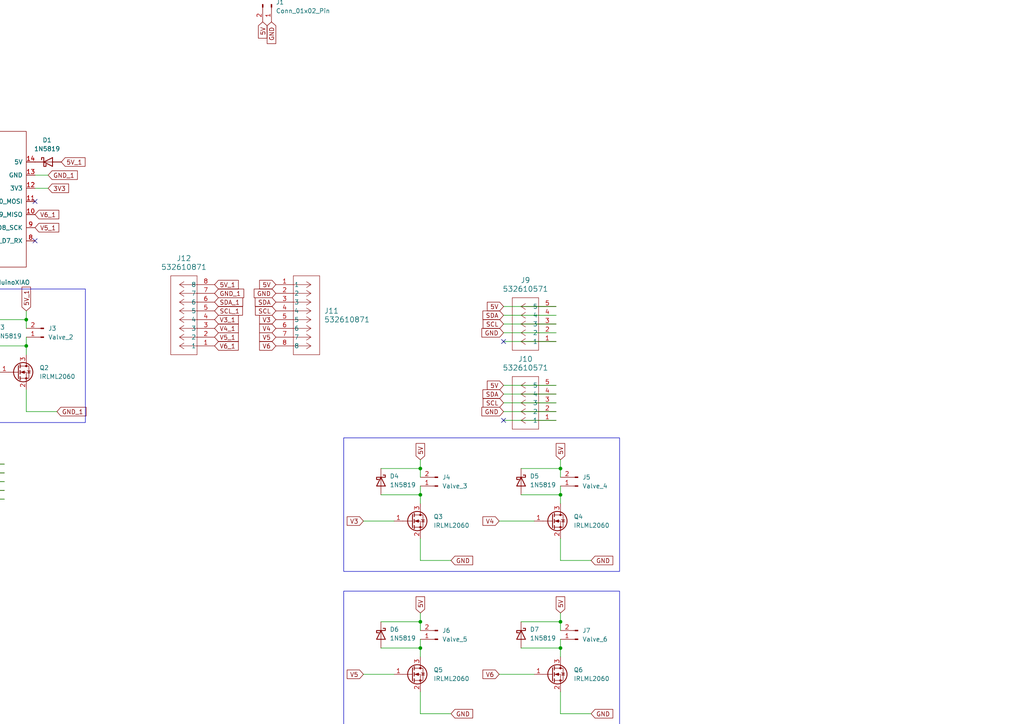
<source format=kicad_sch>
(kicad_sch (version 20250114) (generator "eeschema") (generator_version "9.0")
  (paper "A4")
  (lib_symbols
    (symbol "Connector:532610871" (pin_names (offset 0.254))
      (property "Reference" "J" (at 8.89 6.35 0))
      (property "Value" "532610871" (at 0 0 0))
      (symbol "532610871_1_1"
        (polyline (pts (xy 5.08 2.54) (xy 5.08 -20.32)) (stroke (width 0.127)))
        (polyline (pts (xy 5.08 -20.32) (xy 12.7 -20.32)) (stroke (width 0.127)))
        (polyline (pts (xy 10.16 0) (xy 5.08 0)) (stroke (width 0.127)))
        (polyline (pts (xy 10.16 0) (xy 8.89 0.8467)) (stroke (width 0.127)))
        (polyline (pts (xy 10.16 0) (xy 8.89 -0.8467)) (stroke (width 0.127)))
        (polyline (pts (xy 10.16 -2.54) (xy 5.08 -2.54)) (stroke (width 0.127)))
        (polyline (pts (xy 10.16 -2.54) (xy 8.89 -1.6933)) (stroke (width 0.127)))
        (polyline (pts (xy 10.16 -2.54) (xy 8.89 -3.3867)) (stroke (width 0.127)))
        (polyline (pts (xy 10.16 -5.08) (xy 5.08 -5.08)) (stroke (width 0.127)))
        (polyline (pts (xy 10.16 -5.08) (xy 8.89 -4.2333)) (stroke (width 0.127)))
        (polyline (pts (xy 10.16 -5.08) (xy 8.89 -5.9267)) (stroke (width 0.127)))
        (polyline (pts (xy 10.16 -7.62) (xy 5.08 -7.62)) (stroke (width 0.127)))
        (polyline (pts (xy 10.16 -7.62) (xy 8.89 -6.7733)) (stroke (width 0.127)))
        (polyline (pts (xy 10.16 -7.62) (xy 8.89 -8.4667)) (stroke (width 0.127)))
        (polyline (pts (xy 10.16 -10.16) (xy 5.08 -10.16)) (stroke (width 0.127)))
        (polyline (pts (xy 10.16 -10.16) (xy 8.89 -9.3133)) (stroke (width 0.127)))
        (polyline (pts (xy 10.16 -10.16) (xy 8.89 -11.0067)) (stroke (width 0.127)))
        (polyline (pts (xy 10.16 -12.7) (xy 5.08 -12.7)) (stroke (width 0.127)))
        (polyline (pts (xy 10.16 -12.7) (xy 8.89 -11.8533)) (stroke (width 0.127)))
        (polyline (pts (xy 10.16 -12.7) (xy 8.89 -13.5467)) (stroke (width 0.127)))
        (polyline (pts (xy 10.16 -15.24) (xy 5.08 -15.24)) (stroke (width 0.127)))
        (polyline (pts (xy 10.16 -15.24) (xy 8.89 -14.3933)) (stroke (width 0.127)))
        (polyline (pts (xy 10.16 -15.24) (xy 8.89 -16.0867)) (stroke (width 0.127)))
        (polyline (pts (xy 10.16 -17.78) (xy 5.08 -17.78)) (stroke (width 0.127)))
        (polyline (pts (xy 10.16 -17.78) (xy 8.89 -16.9333)) (stroke (width 0.127)))
        (polyline (pts (xy 10.16 -17.78) (xy 8.89 -18.6267)) (stroke (width 0.127)))
        (polyline (pts (xy 12.7 2.54) (xy 5.08 2.54)) (stroke (width 0.127)))
        (polyline (pts (xy 12.7 -20.32) (xy 12.7 2.54)) (stroke (width 0.127)))
        (pin unspecified line (at 0 0 0) (length 5.08) (name "1") (number "1"))
        (pin unspecified line (at 0 -2.54 0) (length 5.08) (name "2") (number "2"))
        (pin unspecified line (at 0 -5.08 0) (length 5.08) (name "3") (number "3"))
        (pin unspecified line (at 0 -7.62 0) (length 5.08) (name "4") (number "4"))
        (pin unspecified line (at 0 -10.16 0) (length 5.08) (name "5") (number "5"))
        (pin unspecified line (at 0 -12.7 0) (length 5.08) (name "6") (number "6"))
        (pin unspecified line (at 0 -15.24 0) (length 5.08) (name "7") (number "7"))
        (pin unspecified line (at 0 -17.78 0) (length 5.08) (name "8") (number "8"))
      )
      (symbol "532610871_1_2"
        (polyline (pts (xy 5.08 2.54) (xy 5.08 -20.32)) (stroke (width 0.127)))
        (polyline (pts (xy 5.08 -20.32) (xy 12.7 -20.32)) (stroke (width 0.127)))
        (polyline (pts (xy 7.62 0) (xy 5.08 0)) (stroke (width 0.127)))
        (polyline (pts (xy 7.62 0) (xy 8.89 0.8467)) (stroke (width 0.127)))
        (polyline (pts (xy 7.62 0) (xy 8.89 -0.8467)) (stroke (width 0.127)))
        (polyline (pts (xy 7.62 -2.54) (xy 5.08 -2.54)) (stroke (width 0.127)))
        (polyline (pts (xy 7.62 -2.54) (xy 8.89 -1.6933)) (stroke (width 0.127)))
        (polyline (pts (xy 7.62 -2.54) (xy 8.89 -3.3867)) (stroke (width 0.127)))
        (polyline (pts (xy 7.62 -5.08) (xy 5.08 -5.08)) (stroke (width 0.127)))
        (polyline (pts (xy 7.62 -5.08) (xy 8.89 -4.2333)) (stroke (width 0.127)))
        (polyline (pts (xy 7.62 -5.08) (xy 8.89 -5.9267)) (stroke (width 0.127)))
        (polyline (pts (xy 7.62 -7.62) (xy 5.08 -7.62)) (stroke (width 0.127)))
        (polyline (pts (xy 7.62 -7.62) (xy 8.89 -6.7733)) (stroke (width 0.127)))
        (polyline (pts (xy 7.62 -7.62) (xy 8.89 -8.4667)) (stroke (width 0.127)))
        (polyline (pts (xy 7.62 -10.16) (xy 5.08 -10.16)) (stroke (width 0.127)))
        (polyline (pts (xy 7.62 -10.16) (xy 8.89 -9.3133)) (stroke (width 0.127)))
        (polyline (pts (xy 7.62 -10.16) (xy 8.89 -11.0067)) (stroke (width 0.127)))
        (polyline (pts (xy 7.62 -12.7) (xy 5.08 -12.7)) (stroke (width 0.127)))
        (polyline (pts (xy 7.62 -12.7) (xy 8.89 -11.8533)) (stroke (width 0.127)))
        (polyline (pts (xy 7.62 -12.7) (xy 8.89 -13.5467)) (stroke (width 0.127)))
        (polyline (pts (xy 7.62 -15.24) (xy 5.08 -15.24)) (stroke (width 0.127)))
        (polyline (pts (xy 7.62 -15.24) (xy 8.89 -14.3933)) (stroke (width 0.127)))
        (polyline (pts (xy 7.62 -15.24) (xy 8.89 -16.0867)) (stroke (width 0.127)))
        (polyline (pts (xy 7.62 -17.78) (xy 5.08 -17.78)) (stroke (width 0.127)))
        (polyline (pts (xy 7.62 -17.78) (xy 8.89 -16.9333)) (stroke (width 0.127)))
        (polyline (pts (xy 7.62 -17.78) (xy 8.89 -18.6267)) (stroke (width 0.127)))
        (polyline (pts (xy 12.7 2.54) (xy 5.08 2.54)) (stroke (width 0.127)))
        (polyline (pts (xy 12.7 -20.32) (xy 12.7 2.54)) (stroke (width 0.127)))
        (pin unspecified line (at 0 0 0) (length 5.08) (name "1") (number "1"))
        (pin unspecified line (at 0 -2.54 0) (length 5.08) (name "2") (number "2"))
        (pin unspecified line (at 0 -5.08 0) (length 5.08) (name "3") (number "3"))
        (pin unspecified line (at 0 -7.62 0) (length 5.08) (name "4") (number "4"))
        (pin unspecified line (at 0 -10.16 0) (length 5.08) (name "5") (number "5"))
        (pin unspecified line (at 0 -12.7 0) (length 5.08) (name "6") (number "6"))
        (pin unspecified line (at 0 -15.24 0) (length 5.08) (name "7") (number "7"))
        (pin unspecified line (at 0 -17.78 0) (length 5.08) (name "8") (number "8"))
      )
    )
    (symbol "Connector:Conn_01x02_Pin" (pin_names (offset 1.016) (hide yes))
      (property "Reference" "J" (at 0 2.54 0))
      (property "Value" "Conn_01x02_Pin" (at 0 -5.08 0))
      (symbol "Conn_01x02_Pin_1_1"
        (rectangle (start 0.8636 0.127) (end 0 -0.127) (stroke (width 0.1524)) (fill (type outline)))
        (rectangle (start 0.8636 -2.413) (end 0 -2.667) (stroke (width 0.1524)) (fill (type outline)))
        (polyline (pts (xy 1.27 0) (xy 0.8636 0)) (stroke (width 0.1524)))
        (polyline (pts (xy 1.27 -2.54) (xy 0.8636 -2.54)) (stroke (width 0.1524)))
        (pin passive line (at 5.08 0 180) (length 3.81) (name "Pin_1") (number "1"))
        (pin passive line (at 5.08 -2.54 180) (length 3.81) (name "Pin_2") (number "2"))
      )
    )
    (symbol "Device:R" (pin_numbers (hide yes)) (pin_names (offset 0))
      (property "Reference" "R" (at 2.032 0 90))
      (property "Value" "R" (at 0 0 90))
      (symbol "R_0_1"
        (rectangle (start -1.016 -2.54) (end 1.016 2.54) (stroke (width 0.254)))
      )
      (symbol "R_1_1"
        (pin passive line (at 0 3.81 270) (length 1.27) (name "~") (number "1"))
        (pin passive line (at 0 -3.81 90) (length 1.27) (name "~") (number "2"))
      )
    )
    (symbol "Diode:1N5819" (pin_numbers (hide yes)) (pin_names (offset 1.016) (hide yes))
      (property "Reference" "D" (at 0 2.54 0))
      (property "Value" "1N5819" (at 0 -2.54 0))
      (symbol "1N5819_0_1"
        (polyline (pts (xy -1.905 0.635) (xy -1.905 1.27) (xy -1.27 1.27) (xy -1.27 -1.27) (xy -0.635 -1.27) (xy -0.635 -0.635)) (stroke (width 0.254)))
        (polyline (pts (xy 1.27 1.27) (xy 1.27 -1.27) (xy -1.27 0) (xy 1.27 1.27)) (stroke (width 0.254)))
        (polyline (pts (xy 1.27 0) (xy -1.27 0)))
      )
      (symbol "1N5819_1_1"
        (pin passive line (at -3.81 0 0) (length 2.54) (name "K") (number "1"))
        (pin passive line (at 3.81 0 180) (length 2.54) (name "A") (number "2"))
      )
    )
    (symbol "Driver_Haptic:532610571" (pin_names (offset 0.254))
      (property "Reference" "J" (at 8.89 6.35 0))
      (property "Value" "532610571" (at 0 0 0))
      (symbol "532610571_1_1"
        (polyline (pts (xy 5.08 2.54) (xy 5.08 -12.7)) (stroke (width 0.127)))
        (polyline (pts (xy 5.08 -12.7) (xy 12.7 -12.7)) (stroke (width 0.127)))
        (polyline (pts (xy 10.16 0) (xy 5.08 0)) (stroke (width 0.127)))
        (polyline (pts (xy 10.16 0) (xy 8.89 0.8467)) (stroke (width 0.127)))
        (polyline (pts (xy 10.16 0) (xy 8.89 -0.8467)) (stroke (width 0.127)))
        (polyline (pts (xy 10.16 -2.54) (xy 5.08 -2.54)) (stroke (width 0.127)))
        (polyline (pts (xy 10.16 -2.54) (xy 8.89 -1.6933)) (stroke (width 0.127)))
        (polyline (pts (xy 10.16 -2.54) (xy 8.89 -3.3867)) (stroke (width 0.127)))
        (polyline (pts (xy 10.16 -5.08) (xy 5.08 -5.08)) (stroke (width 0.127)))
        (polyline (pts (xy 10.16 -5.08) (xy 8.89 -4.2333)) (stroke (width 0.127)))
        (polyline (pts (xy 10.16 -5.08) (xy 8.89 -5.9267)) (stroke (width 0.127)))
        (polyline (pts (xy 10.16 -7.62) (xy 5.08 -7.62)) (stroke (width 0.127)))
        (polyline (pts (xy 10.16 -7.62) (xy 8.89 -6.7733)) (stroke (width 0.127)))
        (polyline (pts (xy 10.16 -7.62) (xy 8.89 -8.4667)) (stroke (width 0.127)))
        (polyline (pts (xy 10.16 -10.16) (xy 5.08 -10.16)) (stroke (width 0.127)))
        (polyline (pts (xy 10.16 -10.16) (xy 8.89 -9.3133)) (stroke (width 0.127)))
        (polyline (pts (xy 10.16 -10.16) (xy 8.89 -11.0067)) (stroke (width 0.127)))
        (polyline (pts (xy 12.7 2.54) (xy 5.08 2.54)) (stroke (width 0.127)))
        (polyline (pts (xy 12.7 -12.7) (xy 12.7 2.54)) (stroke (width 0.127)))
        (pin unspecified line (at 0 0 0) (length 5.08) (name "1") (number "1"))
        (pin unspecified line (at 0 -2.54 0) (length 5.08) (name "2") (number "2"))
        (pin unspecified line (at 0 -5.08 0) (length 5.08) (name "3") (number "3"))
        (pin unspecified line (at 0 -7.62 0) (length 5.08) (name "4") (number "4"))
        (pin unspecified line (at 0 -10.16 0) (length 5.08) (name "5") (number "5"))
      )
      (symbol "532610571_1_2"
        (polyline (pts (xy 5.08 2.54) (xy 5.08 -12.7)) (stroke (width 0.127)))
        (polyline (pts (xy 5.08 -12.7) (xy 12.7 -12.7)) (stroke (width 0.127)))
        (polyline (pts (xy 7.62 0) (xy 5.08 0)) (stroke (width 0.127)))
        (polyline (pts (xy 7.62 0) (xy 8.89 0.8467)) (stroke (width 0.127)))
        (polyline (pts (xy 7.62 0) (xy 8.89 -0.8467)) (stroke (width 0.127)))
        (polyline (pts (xy 7.62 -2.54) (xy 5.08 -2.54)) (stroke (width 0.127)))
        (polyline (pts (xy 7.62 -2.54) (xy 8.89 -1.6933)) (stroke (width 0.127)))
        (polyline (pts (xy 7.62 -2.54) (xy 8.89 -3.3867)) (stroke (width 0.127)))
        (polyline (pts (xy 7.62 -5.08) (xy 5.08 -5.08)) (stroke (width 0.127)))
        (polyline (pts (xy 7.62 -5.08) (xy 8.89 -4.2333)) (stroke (width 0.127)))
        (polyline (pts (xy 7.62 -5.08) (xy 8.89 -5.9267)) (stroke (width 0.127)))
        (polyline (pts (xy 7.62 -7.62) (xy 5.08 -7.62)) (stroke (width 0.127)))
        (polyline (pts (xy 7.62 -7.62) (xy 8.89 -6.7733)) (stroke (width 0.127)))
        (polyline (pts (xy 7.62 -7.62) (xy 8.89 -8.4667)) (stroke (width 0.127)))
        (polyline (pts (xy 7.62 -10.16) (xy 5.08 -10.16)) (stroke (width 0.127)))
        (polyline (pts (xy 7.62 -10.16) (xy 8.89 -9.3133)) (stroke (width 0.127)))
        (polyline (pts (xy 7.62 -10.16) (xy 8.89 -11.0067)) (stroke (width 0.127)))
        (polyline (pts (xy 12.7 2.54) (xy 5.08 2.54)) (stroke (width 0.127)))
        (polyline (pts (xy 12.7 -12.7) (xy 12.7 2.54)) (stroke (width 0.127)))
        (pin unspecified line (at 0 0 0) (length 5.08) (name "1") (number "1"))
        (pin unspecified line (at 0 -2.54 0) (length 5.08) (name "2") (number "2"))
        (pin unspecified line (at 0 -5.08 0) (length 5.08) (name "3") (number "3"))
        (pin unspecified line (at 0 -7.62 0) (length 5.08) (name "4") (number "4"))
        (pin unspecified line (at 0 -10.16 0) (length 5.08) (name "5") (number "5"))
      )
    )
    (symbol "Transistor_FET:IRLML2060" (pin_names (hide yes))
      (property "Reference" "Q" (at 5.08 1.905 0))
      (property "Value" "IRLML2060" (at 5.08 0 0))
      (symbol "IRLML2060_0_1"
        (polyline (pts (xy 0.254 1.905) (xy 0.254 -1.905)) (stroke (width 0.254)))
        (polyline (pts (xy 0.254 0) (xy -2.54 0)))
        (polyline (pts (xy 0.762 2.286) (xy 0.762 1.27)) (stroke (width 0.254)))
        (polyline (pts (xy 0.762 0.508) (xy 0.762 -0.508)) (stroke (width 0.254)))
        (polyline (pts (xy 0.762 -1.27) (xy 0.762 -2.286)) (stroke (width 0.254)))
        (polyline (pts (xy 0.762 -1.778) (xy 3.302 -1.778) (xy 3.302 1.778) (xy 0.762 1.778)))
        (polyline (pts (xy 1.016 0) (xy 2.032 0.381) (xy 2.032 -0.381) (xy 1.016 0)) (fill (type outline)))
        (circle (center 1.651 0) (radius 2.794) (stroke (width 0.254)))
        (polyline (pts (xy 2.54 2.54) (xy 2.54 1.778)))
        (circle (center 2.54 1.778) (radius 0.254) (fill (type outline)))
        (circle (center 2.54 -1.778) (radius 0.254) (fill (type outline)))
        (polyline (pts (xy 2.54 -2.54) (xy 2.54 0) (xy 0.762 0)))
        (polyline (pts (xy 2.794 0.508) (xy 2.921 0.381) (xy 3.683 0.381) (xy 3.81 0.254)))
        (polyline (pts (xy 3.302 0.381) (xy 2.921 -0.254) (xy 3.683 -0.254) (xy 3.302 0.381)))
      )
      (symbol "IRLML2060_1_1"
        (pin input line (at -5.08 0 0) (length 2.54) (name "G") (number "1"))
        (pin passive line (at 2.54 5.08 270) (length 2.54) (name "D") (number "3"))
        (pin passive line (at 2.54 -5.08 90) (length 2.54) (name "S") (number "2"))
      )
    )
    (symbol "Xiao:SeeeduinoXIAO" (pin_names (offset 1.016))
      (property "Reference" "U" (at -19.05 22.86 0))
      (property "Value" "SeeeduinoXIAO" (at -12.7 21.59 0))
      (symbol "SeeeduinoXIAO_0_1"
        (rectangle (start -19.05 20.32) (end 17.78 -19.05))
      )
      (symbol "SeeeduinoXIAO_1_1"
        (pin unspecified line (at -21.59 11.43 0) (length 2.54) (name "PA02_A0_D0") (number "1"))
        (pin unspecified line (at -21.59 7.62 0) (length 2.54) (name "PA4_A1_D1") (number "2"))
        (pin unspecified line (at -21.59 3.81 0) (length 2.54) (name "PA10_A2_D2") (number "3"))
        (pin unspecified line (at -21.59 0 0) (length 2.54) (name "PA11_A3_D3") (number "4"))
        (pin unspecified line (at -21.59 -3.81 0) (length 2.54) (name "PA8_A4_D4_SDA") (number "5"))
        (pin unspecified line (at -21.59 -7.62 0) (length 2.54) (name "PA9_A5_D5_SCL") (number "6"))
        (pin unspecified line (at -21.59 -11.43 0) (length 2.54) (name "PB08_A6_D6_TX") (number "7"))
        (pin input line (at -5.08 22.86 270) (length 2.54) (name "PA31_SWDIO") (number "17"))
        (pin input line (at -2.54 -21.59 90) (length 2.54) (name "5V") (number "15"))
        (pin input line (at -1.27 22.86 270) (length 2.54) (name "PA30_SWCLK") (number "18"))
        (pin input line (at 2.54 22.86 270) (length 2.54) (name "RESET") (number "19"))
        (pin input line (at 2.54 -21.59 90) (length 2.54) (name "GND") (number "16"))
        (pin input line (at 6.35 22.86 270) (length 2.54) (name "GND") (number "20"))
        (pin unspecified line (at 20.32 11.43 180) (length 2.54) (name "5V") (number "14"))
        (pin unspecified line (at 20.32 7.62 180) (length 2.54) (name "GND") (number "13"))
        (pin unspecified line (at 20.32 3.81 180) (length 2.54) (name "3V3") (number "12"))
        (pin unspecified line (at 20.32 0 180) (length 2.54) (name "PA6_A10_D10_MOSI") (number "11"))
        (pin unspecified line (at 20.32 -3.81 180) (length 2.54) (name "PA5_A9_D9_MISO") (number "10"))
        (pin unspecified line (at 20.32 -7.62 180) (length 2.54) (name "PA7_A8_D8_SCK") (number "9"))
        (pin unspecified line (at 20.32 -11.43 180) (length 2.54) (name "PB09_A7_D7_RX") (number "8"))
      )
    )
  )
  (rectangle (start -55.245 83.82) (end 24.765 122.555))
  (rectangle (start 99.695 127) (end 179.705 165.735))
  (rectangle (start 99.695 171.45) (end 179.705 210.185))
  (junction (at -39.37 66.04))
  (junction (at 121.92 187.96))
  (junction (at 121.92 135.89))
  (junction (at 162.56 143.51))
  (junction (at 162.56 135.89))
  (junction (at 121.92 180.34))
  (junction (at 7.62 92.71))
  (junction (at 121.92 143.51))
  (junction (at -33.02 100.33))
  (junction (at -33.02 92.71))
  (junction (at 7.62 100.33))
  (junction (at 162.56 187.96))
  (junction (at -46.99 62.23))
  (junction (at 162.56 180.34))
  (no_connect (at -12.7 80.01))
  (no_connect (at -31.75 69.85))
  (no_connect (at -11.43 35.56))
  (no_connect (at 146.05 99.06))
  (no_connect (at 10.16 69.85))
  (no_connect (at 146.05 121.92))
  (no_connect (at -15.24 35.56))
  (no_connect (at -13.97 144.78))
  (no_connect (at -7.62 35.56))
  (no_connect (at -3.81 35.56))
  (no_connect (at 10.16 58.42))
  (no_connect (at -7.62 80.01))
  (wire (pts (xy 7.62 113.03) (xy 7.62 119.38)))
  (wire (pts (xy 105.41 151.13) (xy 114.3 151.13)))
  (wire (pts (xy -33.02 100.33) (xy -33.02 102.87)))
  (wire (pts (xy 105.41 195.58) (xy 114.3 195.58)))
  (wire (pts (xy 162.56 133.35) (xy 162.56 135.89)))
  (wire (pts (xy 162.56 177.8) (xy 162.56 180.34)))
  (wire (pts (xy 161.29 88.9) (xy 146.05 88.9)))
  (wire (pts (xy 121.92 140.97) (xy 121.92 143.51)))
  (wire (pts (xy 121.92 187.96) (xy 121.92 190.5)))
  (wire (pts (xy 13.97 50.8) (xy 10.16 50.8)))
  (wire (pts (xy -49.53 107.95) (xy -40.64 107.95)))
  (wire (pts (xy 121.92 156.21) (xy 121.92 162.56)))
  (wire (pts (xy 110.49 187.96) (xy 121.92 187.96)))
  (wire (pts (xy 110.49 180.34) (xy 121.92 180.34)))
  (wire (pts (xy -33.02 113.03) (xy -33.02 119.38)))
  (wire (pts (xy 161.29 99.06) (xy 146.05 99.06)))
  (wire (pts (xy 162.56 180.34) (xy 162.56 182.88)))
  (wire (pts (xy 162.56 187.96) (xy 162.56 190.5)))
  (wire (pts (xy 1.27 139.7) (xy -13.97 139.7)))
  (wire (pts (xy 13.97 54.61) (xy 10.16 54.61)))
  (wire (pts (xy -10.16 107.95) (xy 0 107.95)))
  (wire (pts (xy 161.29 114.3) (xy 146.05 114.3)))
  (wire (pts (xy 121.92 185.42) (xy 121.92 187.96)))
  (wire (pts (xy 121.92 133.35) (xy 121.92 135.89)))
  (wire (pts (xy 1.27 144.78) (xy -13.97 144.78)))
  (wire (pts (xy 161.29 121.92) (xy 146.05 121.92)))
  (wire (pts (xy -3.81 92.71) (xy 7.62 92.71)))
  (wire (pts (xy 162.56 200.66) (xy 162.56 207.01)))
  (wire (pts (xy 162.56 135.89) (xy 162.56 138.43)))
  (wire (pts (xy 121.92 207.01) (xy 130.81 207.01)))
  (wire (pts (xy 151.13 143.51) (xy 162.56 143.51)))
  (wire (pts (xy 7.62 100.33) (xy 7.62 102.87)))
  (wire (pts (xy 7.62 90.17) (xy 7.62 92.71)))
  (wire (pts (xy -33.02 92.71) (xy -33.02 95.25)))
  (wire (pts (xy 121.92 162.56) (xy 130.81 162.56)))
  (wire (pts (xy 161.29 119.38) (xy 146.05 119.38)))
  (wire (pts (xy 7.62 97.79) (xy 7.62 100.33)))
  (wire (pts (xy 1.27 137.16) (xy -13.97 137.16)))
  (wire (pts (xy -44.45 100.33) (xy -33.02 100.33)))
  (wire (pts (xy -33.02 97.79) (xy -33.02 100.33)))
  (wire (pts (xy -49.53 62.23) (xy -46.99 62.23)))
  (wire (pts (xy 161.29 96.52) (xy 146.05 96.52)))
  (wire (pts (xy 162.56 140.97) (xy 162.56 143.51)))
  (wire (pts (xy -46.99 62.23) (xy -31.75 62.23)))
  (wire (pts (xy -33.02 90.17) (xy -33.02 92.71)))
  (wire (pts (xy 161.29 111.76) (xy 146.05 111.76)))
  (wire (pts (xy 121.92 200.66) (xy 121.92 207.01)))
  (wire (pts (xy 110.49 143.51) (xy 121.92 143.51)))
  (wire (pts (xy 144.78 195.58) (xy 154.94 195.58)))
  (wire (pts (xy 144.78 151.13) (xy 154.94 151.13)))
  (wire (pts (xy 162.56 185.42) (xy 162.56 187.96)))
  (wire (pts (xy 161.29 91.44) (xy 146.05 91.44)))
  (wire (pts (xy 7.62 92.71) (xy 7.62 95.25)))
  (wire (pts (xy -33.02 119.38) (xy -24.13 119.38)))
  (wire (pts (xy 162.56 156.21) (xy 162.56 162.56)))
  (wire (pts (xy 151.13 180.34) (xy 162.56 180.34)))
  (wire (pts (xy -3.81 100.33) (xy 7.62 100.33)))
  (wire (pts (xy -49.53 66.04) (xy -39.37 66.04)))
  (wire (pts (xy 161.29 93.98) (xy 146.05 93.98)))
  (wire (pts (xy 151.13 135.89) (xy 162.56 135.89)))
  (wire (pts (xy 121.92 180.34) (xy 121.92 182.88)))
  (wire (pts (xy 162.56 143.51) (xy 162.56 146.05)))
  (wire (pts (xy 1.27 142.24) (xy -13.97 142.24)))
  (wire (pts (xy 1.27 134.62) (xy -13.97 134.62)))
  (wire (pts (xy 121.92 177.8) (xy 121.92 180.34)))
  (wire (pts (xy 161.29 116.84) (xy 146.05 116.84)))
  (wire (pts (xy 162.56 162.56) (xy 171.45 162.56)))
  (wire (pts (xy 121.92 135.89) (xy 121.92 138.43)))
  (wire (pts (xy 121.92 143.51) (xy 121.92 146.05)))
  (wire (pts (xy 151.13 187.96) (xy 162.56 187.96)))
  (wire (pts (xy -39.37 66.04) (xy -31.75 66.04)))
  (wire (pts (xy 110.49 135.89) (xy 121.92 135.89)))
  (wire (pts (xy -44.45 92.71) (xy -33.02 92.71)))
  (wire (pts (xy 162.56 207.01) (xy 171.45 207.01)))
  (wire (pts (xy 7.62 119.38) (xy 16.51 119.38)))
  (global_label "GND" (shape input) (at 130.81 162.56 0) (property "Intersheetrefs" "${INTERSHEET_REFS}" (effects (hide yes))))
  (global_label "V6" (shape input) (at 144.78 195.58 180) (property "Intersheetrefs" "${INTERSHEET_REFS}" (effects (hide yes))))
  (global_label "3V3" (shape input) (at 13.97 54.61 0) (property "Intersheetrefs" "${INTERSHEET_REFS}" (effects (hide yes))))
  (global_label "SCL_1" (shape input) (at -49.53 66.04 180) (property "Intersheetrefs" "${INTERSHEET_REFS}" (effects (hide yes))))
  (global_label "V5_1" (shape input) (at 62.23 97.79 0) (property "Intersheetrefs" "${INTERSHEET_REFS}" (effects (hide yes))))
  (global_label "SCL" (shape input) (at 80.01 90.17 180) (property "Intersheetrefs" "${INTERSHEET_REFS}" (effects (hide yes))))
  (global_label "V6_1" (shape input) (at 62.23 100.33 0) (property "Intersheetrefs" "${INTERSHEET_REFS}" (effects (hide yes))))
  (global_label "5V_1" (shape input) (at 62.23 82.55 0) (property "Intersheetrefs" "${INTERSHEET_REFS}" (effects (hide yes))))
  (global_label "5V" (shape input) (at 121.92 177.8 90) (property "Intersheetrefs" "${INTERSHEET_REFS}" (effects (hide yes))))
  (global_label "SCL" (shape input) (at 146.05 116.84 180) (property "Intersheetrefs" "${INTERSHEET_REFS}" (effects (hide yes))))
  (global_label "GND" (shape input) (at 171.45 162.56 0) (property "Intersheetrefs" "${INTERSHEET_REFS}" (effects (hide yes))))
  (global_label "V3" (shape input) (at 105.41 151.13 180) (property "Intersheetrefs" "${INTERSHEET_REFS}" (effects (hide yes))))
  (global_label "V1" (shape input) (at -49.53 107.95 180) (property "Intersheetrefs" "${INTERSHEET_REFS}" (effects (hide yes))))
  (global_label "SCL" (shape input) (at 146.05 93.98 180) (property "Intersheetrefs" "${INTERSHEET_REFS}" (effects (hide yes))))
  (global_label "V5_1" (shape input) (at 10.16 66.04 0) (property "Intersheetrefs" "${INTERSHEET_REFS}" (effects (hide yes))))
  (global_label "SDA_1" (shape input) (at 62.23 87.63 0) (property "Intersheetrefs" "${INTERSHEET_REFS}" (effects (hide yes))))
  (global_label "V5" (shape input) (at 80.01 97.79 180) (property "Intersheetrefs" "${INTERSHEET_REFS}" (effects (hide yes))))
  (global_label "SDA" (shape input) (at 80.01 87.63 180) (property "Intersheetrefs" "${INTERSHEET_REFS}" (effects (hide yes))))
  (global_label "GND" (shape input) (at 130.81 207.01 0) (property "Intersheetrefs" "${INTERSHEET_REFS}" (effects (hide yes))))
  (global_label "5V_1" (shape input) (at -13.97 134.62 180) (property "Intersheetrefs" "${INTERSHEET_REFS}" (effects (hide yes))))
  (global_label "GND" (shape input) (at 78.74 6.35 270) (property "Intersheetrefs" "${INTERSHEET_REFS}" (effects (hide yes))))
  (global_label "GND_1" (shape input) (at 13.97 50.8 0) (property "Intersheetrefs" "${INTERSHEET_REFS}" (effects (hide yes))))
  (global_label "V4" (shape input) (at 144.78 151.13 180) (property "Intersheetrefs" "${INTERSHEET_REFS}" (effects (hide yes))))
  (global_label "3V3" (shape input) (at -39.37 58.42 90) (property "Intersheetrefs" "${INTERSHEET_REFS}" (effects (hide yes))))
  (global_label "5V" (shape input) (at 162.56 133.35 90) (property "Intersheetrefs" "${INTERSHEET_REFS}" (effects (hide yes))))
  (global_label "V3_1" (shape input) (at 62.23 92.71 0) (property "Intersheetrefs" "${INTERSHEET_REFS}" (effects (hide yes))))
  (global_label "V5" (shape input) (at 105.41 195.58 180) (property "Intersheetrefs" "${INTERSHEET_REFS}" (effects (hide yes))))
  (global_label "5V_1" (shape input) (at 17.78 46.99 0) (property "Intersheetrefs" "${INTERSHEET_REFS}" (effects (hide yes))))
  (global_label "GND_1" (shape input) (at 16.51 119.38 0) (property "Intersheetrefs" "${INTERSHEET_REFS}" (effects (hide yes))))
  (global_label "SDA" (shape input) (at 146.05 91.44 180) (property "Intersheetrefs" "${INTERSHEET_REFS}" (effects (hide yes))))
  (global_label "GND" (shape input) (at 146.05 119.38 180) (property "Intersheetrefs" "${INTERSHEET_REFS}" (effects (hide yes))))
  (global_label "GND" (shape input) (at 171.45 207.01 0) (property "Intersheetrefs" "${INTERSHEET_REFS}" (effects (hide yes))))
  (global_label "5V" (shape input) (at 146.05 111.76 180) (property "Intersheetrefs" "${INTERSHEET_REFS}" (effects (hide yes))))
  (global_label "GND_1" (shape input) (at -24.13 119.38 0) (property "Intersheetrefs" "${INTERSHEET_REFS}" (effects (hide yes))))
  (global_label "V1" (shape input) (at -31.75 46.99 180) (property "Intersheetrefs" "${INTERSHEET_REFS}" (effects (hide yes))))
  (global_label "SCL_1" (shape input) (at 62.23 90.17 0) (property "Intersheetrefs" "${INTERSHEET_REFS}" (effects (hide yes))))
  (global_label "5V" (shape input) (at 121.92 133.35 90) (property "Intersheetrefs" "${INTERSHEET_REFS}" (effects (hide yes))))
  (global_label "V6" (shape input) (at 80.01 100.33 180) (property "Intersheetrefs" "${INTERSHEET_REFS}" (effects (hide yes))))
  (global_label "GND" (shape input) (at 146.05 96.52 180) (property "Intersheetrefs" "${INTERSHEET_REFS}" (effects (hide yes))))
  (global_label "5V" (shape input) (at 162.56 177.8 90) (property "Intersheetrefs" "${INTERSHEET_REFS}" (effects (hide yes))))
  (global_label "SDA" (shape input) (at 146.05 114.3 180) (property "Intersheetrefs" "${INTERSHEET_REFS}" (effects (hide yes))))
  (global_label "5V_1" (shape input) (at 7.62 90.17 90) (property "Intersheetrefs" "${INTERSHEET_REFS}" (effects (hide yes))))
  (global_label "GND_1" (shape input) (at 62.23 85.09 0) (property "Intersheetrefs" "${INTERSHEET_REFS}" (effects (hide yes))))
  (global_label "SDA_1" (shape input) (at -49.53 62.23 180) (property "Intersheetrefs" "${INTERSHEET_REFS}" (effects (hide yes))))
  (global_label "V3_1" (shape input) (at -31.75 54.61 180) (property "Intersheetrefs" "${INTERSHEET_REFS}" (effects (hide yes))))
  (global_label "GND_1" (shape input) (at -13.97 142.24 180) (property "Intersheetrefs" "${INTERSHEET_REFS}" (effects (hide yes))))
  (global_label "V6_1" (shape input) (at 10.16 62.23 0) (property "Intersheetrefs" "${INTERSHEET_REFS}" (effects (hide yes))))
  (global_label "V3" (shape input) (at 80.01 92.71 180) (property "Intersheetrefs" "${INTERSHEET_REFS}" (effects (hide yes))))
  (global_label "5V" (shape input) (at 80.01 82.55 180) (property "Intersheetrefs" "${INTERSHEET_REFS}" (effects (hide yes))))
  (global_label "V2" (shape input) (at -31.75 50.8 180) (property "Intersheetrefs" "${INTERSHEET_REFS}" (effects (hide yes))))
  (global_label "V2" (shape input) (at -10.16 107.95 180) (property "Intersheetrefs" "${INTERSHEET_REFS}" (effects (hide yes))))
  (global_label "V4_1" (shape input) (at 62.23 95.25 0) (property "Intersheetrefs" "${INTERSHEET_REFS}" (effects (hide yes))))
  (global_label "5V" (shape input) (at 146.05 88.9 180) (property "Intersheetrefs" "${INTERSHEET_REFS}" (effects (hide yes))))
  (global_label "5V" (shape input) (at 76.2 6.35 270) (property "Intersheetrefs" "${INTERSHEET_REFS}" (effects (hide yes))))
  (global_label "SCL_1" (shape input) (at -13.97 139.7 180) (property "Intersheetrefs" "${INTERSHEET_REFS}" (effects (hide yes))))
  (global_label "5V_1" (shape input) (at -33.02 90.17 90) (property "Intersheetrefs" "${INTERSHEET_REFS}" (effects (hide yes))))
  (global_label "3V3" (shape input) (at -46.99 54.61 90) (property "Intersheetrefs" "${INTERSHEET_REFS}" (effects (hide yes))))
  (global_label "V4_1" (shape input) (at -31.75 58.42 180) (property "Intersheetrefs" "${INTERSHEET_REFS}" (effects (hide yes))))
  (global_label "SDA_1" (shape input) (at -13.97 137.16 180) (property "Intersheetrefs" "${INTERSHEET_REFS}" (effects (hide yes))))
  (global_label "V4" (shape input) (at 80.01 95.25 180) (property "Intersheetrefs" "${INTERSHEET_REFS}" (effects (hide yes))))
  (global_label "GND" (shape input) (at 80.01 85.09 180) (property "Intersheetrefs" "${INTERSHEET_REFS}" (effects (hide yes))))
  (symbol (lib_id "Transistor_FET:IRLML2060") (at 119.38 195.58 0) (unit 1)
    (property "Reference" "Q5" (at 125.73 194.31 0) (effects (justify left)))
    (property "Value" "IRLML2060" (at 125.73 196.85 0) (effects (justify left)))
    (property "Footprint" "Package_TO_SOT_SMD:SOT-23" (effects (hide yes)))
    (property "Datasheet" "https://www.infineon.com/dgdl/irlml2060pbf.pdf?fileId=5546d462533600a401535664b7fb25ee" (effects (hide yes)))
  )
  (symbol (lib_id "Xiao:SeeeduinoXIAO") (at -10.16 58.42 0) (unit 1)
    (property "Reference" "U2" (at -5.4259 79.375 0) (effects (justify left)))
    (property "Value" "SeeeduinoXIAO" (at -5.4259 81.915 0) (effects (justify left)))
    (property "Footprint" "XIAO-ESP32S3:XIAO-ESP32S3-SMD" (effects (hide yes)))
  )
  (symbol (lib_id "Connector:532610871") (at 62.23 100.33 180) (unit 1)
    (property "Reference" "J12" (at 53.34 74.93 0) (effects (font (size 1.524 1.524))))
    (property "Value" "532610871" (at 53.34 77.47 0) (effects (font (size 1.524 1.524))))
    (property "Footprint" "Pneumatactors:CONN08_533980871_MOL" (effects (hide yes)))
    (property "Datasheet" "532610871" (effects (hide yes)))
  )
  (symbol (lib_id "Transistor_FET:IRLML2060") (at -35.56 107.95 0) (unit 1)
    (property "Reference" "Q1" (at -29.21 106.68 0) (effects (justify left)))
    (property "Value" "IRLML2060" (at -29.21 109.22 0) (effects (justify left)))
    (property "Footprint" "Package_TO_SOT_SMD:SOT-23" (effects (hide yes)))
    (property "Datasheet" "https://www.infineon.com/dgdl/irlml2060pbf.pdf?fileId=5546d462533600a401535664b7fb25ee" (effects (hide yes)))
  )
  (symbol (lib_id "Driver_Haptic:532610571") (at 161.29 121.92 180) (unit 1)
    (property "Reference" "J10" (at 152.4 104.14 0) (effects (font (size 1.524 1.524))))
    (property "Value" "532610571" (at 152.4 106.68 0) (effects (font (size 1.524 1.524))))
    (property "Footprint" "Pneumatactors:CONN_532610001-SD_05_MOL" (effects (hide yes)))
    (property "Datasheet" "532610571" (effects (hide yes)))
  )
  (symbol (lib_id "Diode:1N5819") (at 110.49 139.7 270) (unit 1)
    (property "Reference" "D4" (at 113.03 138.1124 90) (effects (justify left)))
    (property "Value" "1N5819" (at 113.03 140.6524 90) (effects (justify left)))
    (property "Footprint" "Diode_SMD:D_SMA" (effects (hide yes)))
    (property "Datasheet" "http://www.vishay.com/docs/88525/1n5817.pdf" (effects (hide yes)))
    (property "Description" "40V 1A Schottky Barrier Rectifier Diode, DO-41" (effects (hide yes)))
    (property "Sim.Device" "D" (effects (hide yes)))
    (property "Sim.Pins" "1=K 2=A" (effects (hide yes)))
  )
  (symbol (lib_id "Driver_Haptic:532610571") (at 1.27 144.78 180) (unit 1)
    (property "Reference" "J8" (at -7.62 127 0) (effects (font (size 1.524 1.524))))
    (property "Value" "532610571" (at -7.62 129.54 0) (effects (font (size 1.524 1.524))))
    (property "Footprint" "Pneumatactors:CONN_532610001-SD_05_MOL" (effects (hide yes)))
    (property "Datasheet" "532610571" (effects (hide yes)))
  )
  (symbol (lib_id "Device:R") (at -39.37 62.23 180) (unit 1)
    (property "Reference" "R2" (at -36.83 60.9599 0) (effects (justify right)))
    (property "Value" "10k" (at -36.83 63.4999 0) (effects (justify right)))
    (property "Footprint" "Resistor_SMD:R_1206_3216Metric_Pad1.30x1.75mm_HandSolder" (effects (hide yes)))
    (property "Description" "Resistor" (effects (hide yes)))
  )
  (symbol (lib_id "Driver_Haptic:532610571") (at 161.29 99.06 180) (unit 1)
    (property "Reference" "J9" (at 152.4 81.28 0) (effects (font (size 1.524 1.524))))
    (property "Value" "532610571" (at 152.4 83.82 0) (effects (font (size 1.524 1.524))))
    (property "Footprint" "Pneumatactors:CONN_532610001-SD_05_MOL" (effects (hide yes)))
    (property "Datasheet" "532610571" (effects (hide yes)))
  )
  (symbol (lib_id "Connector:Conn_01x02_Pin") (at 127 185.42 180) (unit 1)
    (property "Reference" "J6" (at 128.27 182.8799 0) (effects (justify right)))
    (property "Value" "Valve_5" (at 128.27 185.4199 0) (effects (justify right)))
    (property "Footprint" "Pneumatactors:CONN02_533984002_MOL" (effects (hide yes)))
  )
  (symbol (lib_id "Diode:1N5819") (at -44.45 96.52 270) (unit 1)
    (property "Reference" "D2" (at -41.91 94.9324 90) (effects (justify left)))
    (property "Value" "1N5819" (at -41.91 97.4724 90) (effects (justify left)))
    (property "Footprint" "Diode_SMD:D_SMA" (effects (hide yes)))
    (property "Datasheet" "http://www.vishay.com/docs/88525/1n5817.pdf" (effects (hide yes)))
    (property "Description" "40V 1A Schottky Barrier Rectifier Diode, DO-41" (effects (hide yes)))
    (property "Sim.Device" "D" (effects (hide yes)))
    (property "Sim.Pins" "1=K 2=A" (effects (hide yes)))
  )
  (symbol (lib_id "Connector:Conn_01x02_Pin") (at 12.7 97.79 180) (unit 1)
    (property "Reference" "J3" (at 13.97 95.2499 0) (effects (justify right)))
    (property "Value" "Valve_2" (at 13.97 97.7899 0) (effects (justify right)))
    (property "Footprint" "Pneumatactors:CONN02_533984002_MOL" (effects (hide yes)))
  )
  (symbol (lib_id "Transistor_FET:IRLML2060") (at 5.08 107.95 0) (unit 1)
    (property "Reference" "Q2" (at 11.43 106.68 0) (effects (justify left)))
    (property "Value" "IRLML2060" (at 11.43 109.22 0) (effects (justify left)))
    (property "Footprint" "Package_TO_SOT_SMD:SOT-23" (effects (hide yes)))
    (property "Datasheet" "https://www.infineon.com/dgdl/irlml2060pbf.pdf?fileId=5546d462533600a401535664b7fb25ee" (effects (hide yes)))
  )
  (symbol (lib_id "Diode:1N5819") (at 13.97 46.99 0) (unit 1)
    (property "Reference" "D1" (at 13.6525 40.64 0))
    (property "Value" "1N5819" (at 13.6525 43.18 0))
    (property "Footprint" "Diode_SMD:D_SMA" (effects (hide yes)))
    (property "Datasheet" "http://www.vishay.com/docs/88525/1n5817.pdf" (effects (hide yes)))
    (property "Description" "40V 1A Schottky Barrier Rectifier Diode, DO-41" (effects (hide yes)))
    (property "Sim.Device" "D" (effects (hide yes)))
    (property "Sim.Pins" "1=K 2=A" (effects (hide yes)))
  )
  (symbol (lib_id "Diode:1N5819") (at -3.81 96.52 270) (unit 1)
    (property "Reference" "D3" (at -1.27 94.9324 90) (effects (justify left)))
    (property "Value" "1N5819" (at -1.27 97.4724 90) (effects (justify left)))
    (property "Footprint" "Diode_SMD:D_SMA" (effects (hide yes)))
    (property "Datasheet" "http://www.vishay.com/docs/88525/1n5817.pdf" (effects (hide yes)))
    (property "Description" "40V 1A Schottky Barrier Rectifier Diode, DO-41" (effects (hide yes)))
    (property "Sim.Device" "D" (effects (hide yes)))
    (property "Sim.Pins" "1=K 2=A" (effects (hide yes)))
  )
  (symbol (lib_id "Connector:Conn_01x02_Pin") (at 167.64 140.97 180) (unit 1)
    (property "Reference" "J5" (at 168.91 138.4299 0) (effects (justify right)))
    (property "Value" "Valve_4" (at 168.91 140.9699 0) (effects (justify right)))
    (property "Footprint" "Pneumatactors:CONN02_533984002_MOL" (effects (hide yes)))
  )
  (symbol (lib_id "Connector:Conn_01x02_Pin") (at 127 140.97 180) (unit 1)
    (property "Reference" "J4" (at 128.27 138.4299 0) (effects (justify right)))
    (property "Value" "Valve_3" (at 128.27 140.9699 0) (effects (justify right)))
    (property "Footprint" "Pneumatactors:CONN02_533984002_MOL" (effects (hide yes)))
  )
  (symbol (lib_id "Transistor_FET:IRLML2060") (at 119.38 151.13 0) (unit 1)
    (property "Reference" "Q3" (at 125.73 149.86 0) (effects (justify left)))
    (property "Value" "IRLML2060" (at 125.73 152.4 0) (effects (justify left)))
    (property "Footprint" "Package_TO_SOT_SMD:SOT-23" (effects (hide yes)))
    (property "Datasheet" "https://www.infineon.com/dgdl/irlml2060pbf.pdf?fileId=5546d462533600a401535664b7fb25ee" (effects (hide yes)))
  )
  (symbol (lib_id "Connector:Conn_01x02_Pin") (at 78.74 1.27 270) (unit 1)
    (property "Reference" "J1" (at 80.01 0.6349 90) (effects (justify left)))
    (property "Value" "Conn_01x02_Pin" (at 80.01 3.1749 90) (effects (justify left)))
    (property "Footprint" "Connector_PinHeader_2.54mm:PinHeader_1x02_P2.54mm_Vertical" (effects (hide yes)))
    (property "Description" "Generic connector, single row, 01x02, script generated" (effects (hide yes)))
  )
  (symbol (lib_id "Connector:Conn_01x02_Pin") (at 167.64 185.42 180) (unit 1)
    (property "Reference" "J7" (at 168.91 182.8799 0) (effects (justify right)))
    (property "Value" "Valve_6" (at 168.91 185.4199 0) (effects (justify right)))
    (property "Footprint" "Pneumatactors:CONN02_533984002_MOL" (effects (hide yes)))
  )
  (symbol (lib_id "Connector:532610871") (at 80.01 82.55 0) (unit 1)
    (property "Reference" "J11" (at 93.98 90.1699 0) (effects (font (size 1.524 1.524)) (justify left)))
    (property "Value" "532610871" (at 93.98 92.7099 0) (effects (font (size 1.524 1.524)) (justify left)))
    (property "Footprint" "Pneumatactors:CONN08_533980871_MOL" (effects (hide yes)))
    (property "Datasheet" "532610871" (effects (hide yes)))
  )
  (symbol (lib_id "Connector:Conn_01x02_Pin") (at -27.94 97.79 180) (unit 1)
    (property "Reference" "J2" (at -26.035 95.25 0) (effects (justify right)))
    (property "Value" "Valve_1" (at -26.035 97.79 0) (effects (justify right)))
    (property "Footprint" "Pneumatactors:CONN02_533984002_MOL" (effects (hide yes)))
  )
  (symbol (lib_id "Diode:1N5819") (at 151.13 139.7 270) (unit 1)
    (property "Reference" "D5" (at 153.67 138.1124 90) (effects (justify left)))
    (property "Value" "1N5819" (at 153.67 140.6524 90) (effects (justify left)))
    (property "Footprint" "Diode_SMD:D_SMA" (effects (hide yes)))
    (property "Datasheet" "http://www.vishay.com/docs/88525/1n5817.pdf" (effects (hide yes)))
    (property "Description" "40V 1A Schottky Barrier Rectifier Diode, DO-41" (effects (hide yes)))
    (property "Sim.Device" "D" (effects (hide yes)))
    (property "Sim.Pins" "1=K 2=A" (effects (hide yes)))
  )
  (symbol (lib_id "Transistor_FET:IRLML2060") (at 160.02 195.58 0) (unit 1)
    (property "Reference" "Q6" (at 166.37 194.31 0) (effects (justify left)))
    (property "Value" "IRLML2060" (at 166.37 196.85 0) (effects (justify left)))
    (property "Footprint" "Package_TO_SOT_SMD:SOT-23" (effects (hide yes)))
    (property "Datasheet" "https://www.infineon.com/dgdl/irlml2060pbf.pdf?fileId=5546d462533600a401535664b7fb25ee" (effects (hide yes)))
  )
  (symbol (lib_id "Transistor_FET:IRLML2060") (at 160.02 151.13 0) (unit 1)
    (property "Reference" "Q4" (at 166.37 149.86 0) (effects (justify left)))
    (property "Value" "IRLML2060" (at 166.37 152.4 0) (effects (justify left)))
    (property "Footprint" "Package_TO_SOT_SMD:SOT-23" (effects (hide yes)))
    (property "Datasheet" "https://www.infineon.com/dgdl/irlml2060pbf.pdf?fileId=5546d462533600a401535664b7fb25ee" (effects (hide yes)))
  )
  (symbol (lib_id "Diode:1N5819") (at 110.49 184.15 270) (unit 1)
    (property "Reference" "D6" (at 113.03 182.5624 90) (effects (justify left)))
    (property "Value" "1N5819" (at 113.03 185.1024 90) (effects (justify left)))
    (property "Footprint" "Diode_SMD:D_SMA" (effects (hide yes)))
    (property "Datasheet" "http://www.vishay.com/docs/88525/1n5817.pdf" (effects (hide yes)))
    (property "Description" "40V 1A Schottky Barrier Rectifier Diode, DO-41" (effects (hide yes)))
    (property "Sim.Device" "D" (effects (hide yes)))
    (property "Sim.Pins" "1=K 2=A" (effects (hide yes)))
  )
  (symbol (lib_id "Device:R") (at -46.99 58.42 180) (unit 1)
    (property "Reference" "R1" (at -44.45 57.1499 0) (effects (justify right)))
    (property "Value" "10k" (at -44.45 59.6899 0) (effects (justify right)))
    (property "Footprint" "Resistor_SMD:R_1206_3216Metric_Pad1.30x1.75mm_HandSolder" (effects (hide yes)))
    (property "Description" "Resistor" (effects (hide yes)))
  )
  (symbol (lib_id "Diode:1N5819") (at 151.13 184.15 270) (unit 1)
    (property "Reference" "D7" (at 153.67 182.5624 90) (effects (justify left)))
    (property "Value" "1N5819" (at 153.67 185.1024 90) (effects (justify left)))
    (property "Footprint" "Diode_SMD:D_SMA" (effects (hide yes)))
    (property "Datasheet" "http://www.vishay.com/docs/88525/1n5817.pdf" (effects (hide yes)))
    (property "Description" "40V 1A Schottky Barrier Rectifier Diode, DO-41" (effects (hide yes)))
    (property "Sim.Device" "D" (effects (hide yes)))
    (property "Sim.Pins" "1=K 2=A" (effects (hide yes)))
  )
)
</source>
